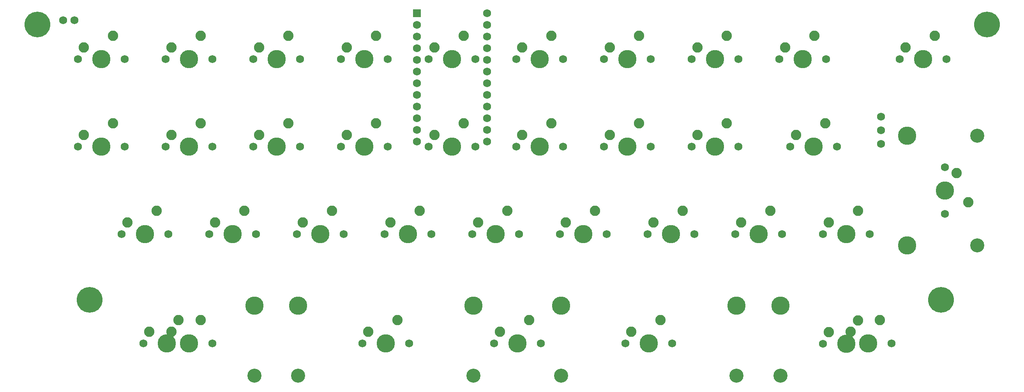
<source format=gbr>
G04 #@! TF.GenerationSoftware,KiCad,Pcbnew,(5.1.9)-1*
G04 #@! TF.CreationDate,2021-12-01T20:16:17-08:00*
G04 #@! TF.ProjectId,Isola_v2,49736f6c-615f-4763-922e-6b696361645f,rev?*
G04 #@! TF.SameCoordinates,Original*
G04 #@! TF.FileFunction,Soldermask,Top*
G04 #@! TF.FilePolarity,Negative*
%FSLAX46Y46*%
G04 Gerber Fmt 4.6, Leading zero omitted, Abs format (unit mm)*
G04 Created by KiCad (PCBNEW (5.1.9)-1) date 2021-12-01 20:16:17*
%MOMM*%
%LPD*%
G01*
G04 APERTURE LIST*
%ADD10C,1.752600*%
%ADD11R,1.752600X1.752600*%
%ADD12C,2.250000*%
%ADD13C,3.987800*%
%ADD14C,1.750000*%
%ADD15C,3.048000*%
%ADD16C,5.600000*%
G04 APERTURE END LIST*
D10*
X93345000Y457200D03*
X78105000Y-27482800D03*
X93345000Y-2082800D03*
X93345000Y-4622800D03*
X93345000Y-7162800D03*
X93345000Y-9702800D03*
X93345000Y-12242800D03*
X93345000Y-14782800D03*
X93345000Y-17322800D03*
X93345000Y-19862800D03*
X93345000Y-22402800D03*
X93345000Y-24942800D03*
X93345000Y-27482800D03*
X78105000Y-24942800D03*
X78105000Y-22402800D03*
X78105000Y-19862800D03*
X78105000Y-17322800D03*
X78105000Y-14782800D03*
X78105000Y-12242800D03*
X78105000Y-9702800D03*
X78105000Y-7162800D03*
X78105000Y-4622800D03*
X78105000Y-2082800D03*
D11*
X78105000Y457200D03*
D12*
X178752500Y-66357500D03*
D13*
X176212500Y-71437500D03*
D12*
X172402500Y-68897500D03*
D14*
X171132500Y-71437500D03*
X181292500Y-71437500D03*
D12*
X26352500Y-66357500D03*
D13*
X23812500Y-71437500D03*
D12*
X20002500Y-68897500D03*
D14*
X18732500Y-71437500D03*
X28892500Y-71437500D03*
D12*
X88265000Y-4445000D03*
D13*
X85725000Y-9525000D03*
D12*
X81915000Y-6985000D03*
D14*
X80645000Y-9525000D03*
X90805000Y-9525000D03*
D12*
X12065000Y-4445000D03*
D13*
X9525000Y-9525000D03*
D12*
X5715000Y-6985000D03*
D14*
X4445000Y-9525000D03*
X14605000Y-9525000D03*
D12*
X31115000Y-4445000D03*
D13*
X28575000Y-9525000D03*
D12*
X24765000Y-6985000D03*
D14*
X23495000Y-9525000D03*
X33655000Y-9525000D03*
D12*
X50165000Y-4445000D03*
D13*
X47625000Y-9525000D03*
D12*
X43815000Y-6985000D03*
D14*
X42545000Y-9525000D03*
X52705000Y-9525000D03*
D12*
X69215000Y-4445000D03*
D13*
X66675000Y-9525000D03*
D12*
X62865000Y-6985000D03*
D14*
X61595000Y-9525000D03*
X71755000Y-9525000D03*
D12*
X107315000Y-4445000D03*
D13*
X104775000Y-9525000D03*
D12*
X100965000Y-6985000D03*
D14*
X99695000Y-9525000D03*
X109855000Y-9525000D03*
D12*
X126365000Y-4445000D03*
D13*
X123825000Y-9525000D03*
D12*
X120015000Y-6985000D03*
D14*
X118745000Y-9525000D03*
X128905000Y-9525000D03*
D12*
X145415000Y-4445000D03*
D13*
X142875000Y-9525000D03*
D12*
X139065000Y-6985000D03*
D14*
X137795000Y-9525000D03*
X147955000Y-9525000D03*
D12*
X164465000Y-4445000D03*
D13*
X161925000Y-9525000D03*
D12*
X158115000Y-6985000D03*
D14*
X156845000Y-9525000D03*
X167005000Y-9525000D03*
D12*
X12065000Y-23495000D03*
D13*
X9525000Y-28575000D03*
D12*
X5715000Y-26035000D03*
D14*
X4445000Y-28575000D03*
X14605000Y-28575000D03*
D12*
X31115000Y-23495000D03*
D13*
X28575000Y-28575000D03*
D12*
X24765000Y-26035000D03*
D14*
X23495000Y-28575000D03*
X33655000Y-28575000D03*
D12*
X50165000Y-23495000D03*
D13*
X47625000Y-28575000D03*
D12*
X43815000Y-26035000D03*
D14*
X42545000Y-28575000D03*
X52705000Y-28575000D03*
D12*
X69215000Y-23495000D03*
D13*
X66675000Y-28575000D03*
D12*
X62865000Y-26035000D03*
D14*
X61595000Y-28575000D03*
X71755000Y-28575000D03*
D12*
X88265000Y-23495000D03*
D13*
X85725000Y-28575000D03*
D12*
X81915000Y-26035000D03*
D14*
X80645000Y-28575000D03*
X90805000Y-28575000D03*
D12*
X107315000Y-23495000D03*
D13*
X104775000Y-28575000D03*
D12*
X100965000Y-26035000D03*
D14*
X99695000Y-28575000D03*
X109855000Y-28575000D03*
D12*
X126365000Y-23495000D03*
D13*
X123825000Y-28575000D03*
D12*
X120015000Y-26035000D03*
D14*
X118745000Y-28575000D03*
X128905000Y-28575000D03*
D12*
X145415000Y-23495000D03*
D13*
X142875000Y-28575000D03*
D12*
X139065000Y-26035000D03*
D14*
X137795000Y-28575000D03*
X147955000Y-28575000D03*
D12*
X21590000Y-42545000D03*
D13*
X19050000Y-47625000D03*
D12*
X15240000Y-45085000D03*
D14*
X13970000Y-47625000D03*
X24130000Y-47625000D03*
D12*
X40640000Y-42545000D03*
D13*
X38100000Y-47625000D03*
D12*
X34290000Y-45085000D03*
D14*
X33020000Y-47625000D03*
X43180000Y-47625000D03*
D12*
X59690000Y-42545000D03*
D13*
X57150000Y-47625000D03*
D12*
X53340000Y-45085000D03*
D14*
X52070000Y-47625000D03*
X62230000Y-47625000D03*
D12*
X78740000Y-42545000D03*
D13*
X76200000Y-47625000D03*
D12*
X72390000Y-45085000D03*
D14*
X71120000Y-47625000D03*
X81280000Y-47625000D03*
D12*
X97790000Y-42545000D03*
D13*
X95250000Y-47625000D03*
D12*
X91440000Y-45085000D03*
D14*
X90170000Y-47625000D03*
X100330000Y-47625000D03*
D12*
X116840000Y-42545000D03*
D13*
X114300000Y-47625000D03*
D12*
X110490000Y-45085000D03*
D14*
X109220000Y-47625000D03*
X119380000Y-47625000D03*
D12*
X135890000Y-42545000D03*
D13*
X133350000Y-47625000D03*
D12*
X129540000Y-45085000D03*
D14*
X128270000Y-47625000D03*
X138430000Y-47625000D03*
D12*
X154940000Y-42545000D03*
D13*
X152400000Y-47625000D03*
D12*
X148590000Y-45085000D03*
D14*
X147320000Y-47625000D03*
X157480000Y-47625000D03*
D12*
X173990000Y-42545000D03*
D13*
X171450000Y-47625000D03*
D12*
X167640000Y-45085000D03*
D14*
X166370000Y-47625000D03*
X176530000Y-47625000D03*
D12*
X173990000Y-66370200D03*
D13*
X171450000Y-71450200D03*
D12*
X167640000Y-68910200D03*
D14*
X166370000Y-71450200D03*
X176530000Y-71450200D03*
D12*
X31115000Y-66319400D03*
D13*
X28575000Y-71399400D03*
D12*
X24765000Y-68859400D03*
D14*
X23495000Y-71399400D03*
X33655000Y-71399400D03*
D12*
X190658750Y-4445000D03*
D13*
X188118750Y-9525000D03*
D12*
X184308750Y-6985000D03*
D14*
X183038750Y-9525000D03*
X193198750Y-9525000D03*
D12*
X166846250Y-23495000D03*
D13*
X164306250Y-28575000D03*
D12*
X160496250Y-26035000D03*
D14*
X159226250Y-28575000D03*
X169386250Y-28575000D03*
D10*
X3750000Y-1041400D03*
X1270000Y-1041400D03*
X179000000Y-28000000D03*
X179000000Y-25000000D03*
X179000000Y-22000000D03*
D12*
X197967600Y-40640000D03*
D13*
X192887600Y-38100000D03*
D12*
X195427600Y-34290000D03*
D14*
X192887600Y-33020000D03*
X192887600Y-43180000D03*
D15*
X199872600Y-50038000D03*
X199872600Y-26162000D03*
D13*
X184632600Y-50038000D03*
X184632600Y-26162000D03*
D12*
X131089400Y-66319400D03*
X124739400Y-68859400D03*
D13*
X128549400Y-71399400D03*
D14*
X123469400Y-71399400D03*
X133629400Y-71399400D03*
D15*
X109499400Y-78384400D03*
X147599400Y-78384400D03*
D13*
X109499400Y-63144400D03*
X147599400Y-63144400D03*
D12*
X73939400Y-66319400D03*
X67589400Y-68859400D03*
D13*
X71399400Y-71399400D03*
D14*
X66319400Y-71399400D03*
X76479400Y-71399400D03*
D15*
X52349400Y-78384400D03*
X90449400Y-78384400D03*
D13*
X52349400Y-63144400D03*
X90449400Y-63144400D03*
D12*
X102552500Y-66357500D03*
D13*
X100012500Y-71437500D03*
D12*
X96202500Y-68897500D03*
D14*
X94932500Y-71437500D03*
X105092500Y-71437500D03*
D15*
X42862500Y-78422500D03*
X157162500Y-78422500D03*
D13*
X42862500Y-63182500D03*
X157162500Y-63182500D03*
D16*
X-4356250Y-2000000D03*
X202000000Y-2000000D03*
X7000000Y-61899800D03*
X192000000Y-61925200D03*
M02*

</source>
